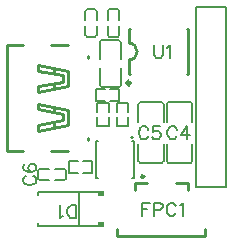
<source format=gto>
G04 Layer: TopSilkscreenLayer*
G04 EasyEDA v6.5.9, 2022-07-20 11:51:06*
G04 f1700a5533a94dbab9b25466b2df9886,20d39a695127413eb41274384cfbb926,10*
G04 Gerber Generator version 0.2*
G04 Scale: 100 percent, Rotated: No, Reflected: No *
G04 Dimensions in millimeters *
G04 leading zeros omitted , absolute positions ,4 integer and 5 decimal *
%FSLAX45Y45*%
%MOMM*%

%ADD10C,0.1524*%
%ADD11C,0.2540*%
%ADD12C,0.2032*%
%ADD13C,0.2030*%
%ADD14C,0.1520*%
%ADD15C,0.2000*%
%ADD16C,0.3000*%
%ADD17C,0.0130*%

%LPD*%
D10*
X1181100Y7199884D02*
G01*
X1181100Y7308850D01*
X1181100Y7199884D02*
G01*
X1144778Y7199884D01*
X1129029Y7204963D01*
X1118870Y7215378D01*
X1113536Y7225792D01*
X1108455Y7241539D01*
X1108455Y7267447D01*
X1113536Y7282942D01*
X1118870Y7293355D01*
X1129029Y7303770D01*
X1144778Y7308850D01*
X1181100Y7308850D01*
X1074165Y7220712D02*
G01*
X1063752Y7215378D01*
X1048004Y7199884D01*
X1048004Y7308850D01*
X1739900Y7328915D02*
G01*
X1739900Y7219950D01*
X1739900Y7328915D02*
G01*
X1807463Y7328915D01*
X1739900Y7277100D02*
G01*
X1781555Y7277100D01*
X1841754Y7328915D02*
G01*
X1841754Y7219950D01*
X1841754Y7328915D02*
G01*
X1888489Y7328915D01*
X1903984Y7323836D01*
X1909318Y7318502D01*
X1914397Y7308087D01*
X1914397Y7292594D01*
X1909318Y7282179D01*
X1903984Y7277100D01*
X1888489Y7271765D01*
X1841754Y7271765D01*
X2026665Y7303008D02*
G01*
X2021586Y7313421D01*
X2011172Y7323836D01*
X2000758Y7328915D01*
X1979929Y7328915D01*
X1969515Y7323836D01*
X1959102Y7313421D01*
X1954022Y7303008D01*
X1948688Y7287260D01*
X1948688Y7261352D01*
X1954022Y7245858D01*
X1959102Y7235444D01*
X1969515Y7225029D01*
X1979929Y7219950D01*
X2000758Y7219950D01*
X2011172Y7225029D01*
X2021586Y7235444D01*
X2026665Y7245858D01*
X2060956Y7308087D02*
G01*
X2071370Y7313421D01*
X2086863Y7328915D01*
X2086863Y7219950D01*
X1841500Y8662415D02*
G01*
X1841500Y8584437D01*
X1846579Y8568944D01*
X1856994Y8558529D01*
X1872742Y8553450D01*
X1883155Y8553450D01*
X1898650Y8558529D01*
X1909063Y8568944D01*
X1914144Y8584437D01*
X1914144Y8662415D01*
X1948434Y8641587D02*
G01*
X1958847Y8646921D01*
X1974595Y8662415D01*
X1974595Y8553450D01*
X2033777Y7950708D02*
G01*
X2028443Y7961121D01*
X2018029Y7971536D01*
X2007870Y7976615D01*
X1987041Y7976615D01*
X1976627Y7971536D01*
X1966213Y7961121D01*
X1960879Y7950708D01*
X1955800Y7934960D01*
X1955800Y7909052D01*
X1960879Y7893558D01*
X1966213Y7883144D01*
X1976627Y7872729D01*
X1987041Y7867650D01*
X2007870Y7867650D01*
X2018029Y7872729D01*
X2028443Y7883144D01*
X2033777Y7893558D01*
X2119884Y7976615D02*
G01*
X2068068Y7903971D01*
X2146045Y7903971D01*
X2119884Y7976615D02*
G01*
X2119884Y7867650D01*
X1792478Y7950708D02*
G01*
X1787144Y7961121D01*
X1776729Y7971536D01*
X1766570Y7976615D01*
X1745742Y7976615D01*
X1735328Y7971536D01*
X1724913Y7961121D01*
X1719579Y7950708D01*
X1714500Y7934960D01*
X1714500Y7909052D01*
X1719579Y7893558D01*
X1724913Y7883144D01*
X1735328Y7872729D01*
X1745742Y7867650D01*
X1766570Y7867650D01*
X1776729Y7872729D01*
X1787144Y7883144D01*
X1792478Y7893558D01*
X1888997Y7976615D02*
G01*
X1837181Y7976615D01*
X1831847Y7929879D01*
X1837181Y7934960D01*
X1852676Y7940294D01*
X1868170Y7940294D01*
X1883918Y7934960D01*
X1894331Y7924800D01*
X1899412Y7909052D01*
X1899412Y7898637D01*
X1894331Y7883144D01*
X1883918Y7872729D01*
X1868170Y7867650D01*
X1852676Y7867650D01*
X1837181Y7872729D01*
X1831847Y7877810D01*
X1826768Y7888223D01*
X761492Y7558278D02*
G01*
X751078Y7552944D01*
X740663Y7542529D01*
X735584Y7532370D01*
X735584Y7511542D01*
X740663Y7501128D01*
X751078Y7490713D01*
X761492Y7485379D01*
X777239Y7480300D01*
X803147Y7480300D01*
X818642Y7485379D01*
X829055Y7490713D01*
X839470Y7501128D01*
X844550Y7511542D01*
X844550Y7532370D01*
X839470Y7542529D01*
X829055Y7552944D01*
X818642Y7558278D01*
X751078Y7654797D02*
G01*
X740663Y7649718D01*
X735584Y7633970D01*
X735584Y7623810D01*
X740663Y7608062D01*
X756412Y7597647D01*
X782320Y7592568D01*
X808228Y7592568D01*
X829055Y7597647D01*
X839470Y7608062D01*
X844550Y7623810D01*
X844550Y7628889D01*
X839470Y7644384D01*
X829055Y7654797D01*
X813562Y7660131D01*
X808228Y7660131D01*
X792734Y7654797D01*
X782320Y7644384D01*
X777239Y7628889D01*
X777239Y7623810D01*
X782320Y7608062D01*
X792734Y7597647D01*
X808228Y7592568D01*
G36*
X1368907Y7427366D02*
G01*
X1368755Y7386675D01*
X1414475Y7386675D01*
X1414881Y7426909D01*
G37*
G36*
X1369720Y7167524D02*
G01*
X1369618Y7126884D01*
X1415338Y7126884D01*
X1415694Y7167067D01*
G37*
X1563560Y8327880D02*
G01*
X1563560Y8468880D01*
X1382839Y8468880D02*
G01*
X1382839Y8327880D01*
X1398079Y8312640D02*
G01*
X1548320Y8312640D01*
X1563560Y8690119D02*
G01*
X1563560Y8549119D01*
X1382839Y8549119D02*
G01*
X1382839Y8690119D01*
X1398079Y8705359D02*
G01*
X1548320Y8705359D01*
X1357960Y8750269D02*
G01*
X1357960Y8829278D01*
X1258239Y8829278D02*
G01*
X1258239Y8750269D01*
X1273479Y8735029D02*
G01*
X1342720Y8735029D01*
X1357960Y8953530D02*
G01*
X1357960Y8874521D01*
X1258239Y8874521D02*
G01*
X1258239Y8953530D01*
X1273479Y8968770D02*
G01*
X1342720Y8968770D01*
X1205992Y7134479D02*
G01*
X1205992Y7419720D01*
X1377218Y7134479D02*
G01*
X857981Y7134479D01*
X858271Y7394661D02*
G01*
X857603Y7418583D01*
X857981Y7134479D02*
G01*
X857313Y7158400D01*
X1377218Y7419720D02*
G01*
X857981Y7419720D01*
D11*
X2030613Y7497099D02*
G01*
X2127999Y7497099D01*
X2127999Y7435100D01*
X1683001Y7442100D02*
G01*
X1683001Y7497099D01*
X1779386Y7497099D01*
X1532498Y7051601D02*
G01*
X2272497Y7051601D01*
X2272497Y7051601D02*
G01*
X2272497Y7108482D01*
X1532498Y7051601D02*
G01*
X1532498Y7108482D01*
D12*
X2197100Y7658100D02*
G01*
X2197100Y7467600D01*
X2451100Y7467600D01*
X2451100Y8991600D01*
X2197100Y8991600D01*
D13*
X2197100Y8991600D02*
G01*
X2197100Y7658100D01*
D14*
X1353799Y7541201D02*
G01*
X1353799Y7851200D01*
X1370675Y7851200D01*
X1366339Y7541201D02*
G01*
X1353700Y7541201D01*
X1651924Y7851200D02*
G01*
X1668800Y7851200D01*
X1668800Y7541201D01*
X1656260Y7541201D01*
D11*
X1629600Y8460600D02*
G01*
X1629600Y8537943D01*
X1629600Y8760599D02*
G01*
X1629600Y8683228D01*
X1629600Y8760599D02*
G01*
X1629600Y8801100D01*
X1638741Y8801100D01*
X2129599Y8460600D02*
G01*
X2129599Y8420100D01*
X2120458Y8420100D01*
X1629600Y8460600D02*
G01*
X1629600Y8420100D01*
X1638741Y8420100D01*
X2129599Y8760599D02*
G01*
X2129599Y8801100D01*
X2120458Y8801100D01*
X2129599Y8760599D02*
G01*
X2129599Y8460600D01*
X1281404Y8570958D02*
G01*
X1281404Y8552898D01*
X972273Y8666899D02*
G01*
X1110272Y8666899D01*
X729815Y7768899D02*
G01*
X597405Y7768899D01*
X597405Y8666899D01*
X730262Y8666899D01*
X1109825Y7768899D02*
G01*
X972720Y7768899D01*
X1285405Y7880901D02*
G01*
X1285405Y7862473D01*
X861707Y8169130D02*
G01*
X1111897Y8119346D01*
X1111897Y7989298D01*
X861707Y7939260D01*
X861707Y7988790D01*
X1071765Y8028668D01*
X1071765Y8081500D01*
X861707Y8121632D01*
X861707Y8169130D01*
X991755Y8139158D02*
G01*
X991755Y8099280D01*
X991786Y8009221D02*
G01*
X991786Y7969222D01*
X991278Y8336899D02*
G01*
X991278Y8296899D01*
X991247Y8466836D02*
G01*
X991247Y8426958D01*
X861199Y8496808D02*
G01*
X1111389Y8447024D01*
X1111389Y8316976D01*
X861199Y8266937D01*
X861199Y8316468D01*
X1071257Y8356345D01*
X1071257Y8409178D01*
X861199Y8449310D01*
X861199Y8496808D01*
D10*
X2166660Y7683680D02*
G01*
X2166660Y7832178D01*
X1948139Y7832178D02*
G01*
X1948139Y7683680D01*
X1963379Y7668440D02*
G01*
X2151420Y7668440D01*
X2166660Y8165919D02*
G01*
X2166660Y8017421D01*
X1948139Y8017421D02*
G01*
X1948139Y8165919D01*
X1963379Y8181159D02*
G01*
X2151420Y8181159D01*
X1925360Y7683680D02*
G01*
X1925360Y7832178D01*
X1706839Y7832178D02*
G01*
X1706839Y7683680D01*
X1722079Y7668440D02*
G01*
X1910120Y7668440D01*
X1925360Y8165919D02*
G01*
X1925360Y8017421D01*
X1706839Y8017421D02*
G01*
X1706839Y8165919D01*
X1722079Y8181159D02*
G01*
X1910120Y8181159D01*
X1548460Y8750269D02*
G01*
X1548460Y8829278D01*
X1448739Y8829278D02*
G01*
X1448739Y8750269D01*
X1463979Y8735029D02*
G01*
X1533220Y8735029D01*
X1548460Y8953530D02*
G01*
X1548460Y8874521D01*
X1448739Y8874521D02*
G01*
X1448739Y8953530D01*
X1463979Y8968770D02*
G01*
X1533220Y8968770D01*
X1241821Y7682560D02*
G01*
X1313624Y7682560D01*
X1313624Y7582839D01*
X1241821Y7582839D01*
X1196578Y7682560D02*
G01*
X1124775Y7682560D01*
X1124775Y7582839D01*
X1196578Y7582839D01*
X1524939Y8099821D02*
G01*
X1524939Y8171624D01*
X1624660Y8171624D01*
X1624660Y8099821D01*
X1524939Y8054578D02*
G01*
X1524939Y7982775D01*
X1624660Y7982775D01*
X1624660Y8054578D01*
X876269Y7519339D02*
G01*
X955278Y7519339D01*
X955278Y7619060D02*
G01*
X876269Y7619060D01*
X861029Y7603820D02*
G01*
X861029Y7534579D01*
X1079530Y7519339D02*
G01*
X1000521Y7519339D01*
X1000521Y7619060D02*
G01*
X1079530Y7619060D01*
X1094770Y7603820D02*
G01*
X1094770Y7534579D01*
X1459560Y8054578D02*
G01*
X1459560Y7982775D01*
X1359839Y7982775D01*
X1359839Y8054578D01*
X1459560Y8099821D02*
G01*
X1459560Y8171624D01*
X1359839Y8171624D01*
X1359839Y8099821D01*
X1470421Y8292160D02*
G01*
X1542224Y8292160D01*
X1542224Y8192439D01*
X1470421Y8192439D01*
X1425178Y8292160D02*
G01*
X1353375Y8292160D01*
X1353375Y8192439D01*
X1425178Y8192439D01*
G75*
G01*
X1382840Y8327880D02*
G03*
X1398080Y8312640I15240J0D01*
G75*
G01*
X1548320Y8312640D02*
G03*
X1563560Y8327880I0J15240D01*
G75*
G01*
X1382840Y8690120D02*
G02*
X1398080Y8705360I15240J0D01*
G75*
G01*
X1548320Y8705360D02*
G02*
X1563560Y8690120I0J-15240D01*
G75*
G01*
X1258240Y8750270D02*
G03*
X1273480Y8735030I15240J0D01*
G75*
G01*
X1342720Y8735030D02*
G03*
X1357960Y8750270I0J15240D01*
G75*
G01*
X1258240Y8953530D02*
G02*
X1273480Y8968770I15240J0D01*
G75*
G01*
X1342720Y8968770D02*
G02*
X1357960Y8953530I0J-15240D01*
D11*
G75*
G01*
X1629600Y8537943D02*
G03*
X1630091Y8683229I-3980J72657D01*
D10*
G75*
G01*
X1948139Y7683680D02*
G03*
X1963379Y7668440I15240J0D01*
G75*
G01*
X2151421Y7668440D02*
G03*
X2166661Y7683680I0J15240D01*
G75*
G01*
X1948139Y8165920D02*
G02*
X1963379Y8181160I15240J0D01*
G75*
G01*
X2151421Y8181160D02*
G02*
X2166661Y8165920I0J-15240D01*
G75*
G01*
X1706839Y7683680D02*
G03*
X1722079Y7668440I15240J0D01*
G75*
G01*
X1910121Y7668440D02*
G03*
X1925361Y7683680I0J15240D01*
G75*
G01*
X1706839Y8165920D02*
G02*
X1722079Y8181160I15240J0D01*
G75*
G01*
X1910121Y8181160D02*
G02*
X1925361Y8165920I0J-15240D01*
G75*
G01*
X1448740Y8750270D02*
G03*
X1463980Y8735030I15240J0D01*
G75*
G01*
X1533220Y8735030D02*
G03*
X1548460Y8750270I0J15240D01*
G75*
G01*
X1448740Y8953530D02*
G02*
X1463980Y8968770I15240J0D01*
G75*
G01*
X1533220Y8968770D02*
G02*
X1548460Y8953530I0J-15240D01*
G75*
G01*
X876270Y7619060D02*
G03*
X861030Y7603820I0J-15240D01*
G75*
G01*
X861030Y7534580D02*
G03*
X876270Y7519340I15240J0D01*
G75*
G01*
X1079530Y7619060D02*
G02*
X1094770Y7603820I0J-15240D01*
G75*
G01*
X1094770Y7534580D02*
G02*
X1079530Y7519340I-15240J0D01*
D11*
G75*
G01
X1757705Y7553096D02*
G03X1757705Y7553096I-12700J0D01*
D15*
G75*
G01
X1665707Y7882204D02*
G03X1665707Y7882204I-10008J0D01*
D16*
G75*
G01
X1640611Y8343900D02*
G03X1640611Y8343900I-15011J0D01*
M02*

</source>
